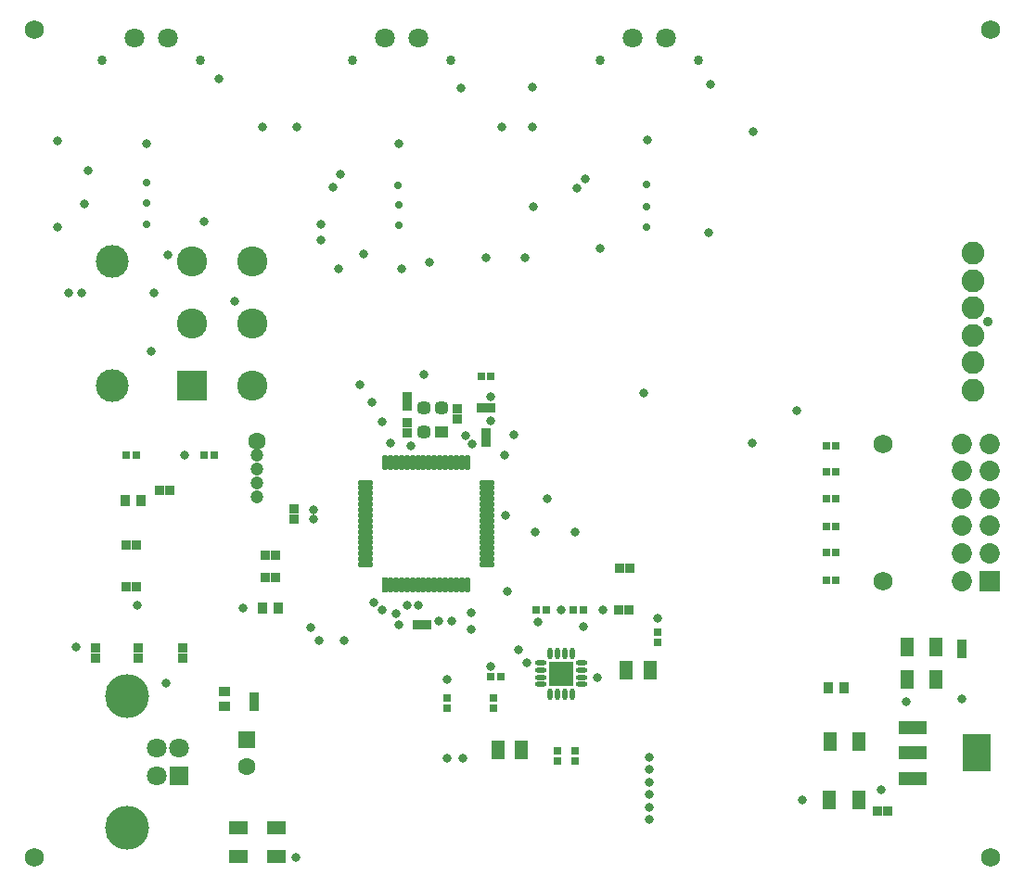
<source format=gts>
G04*
G04 #@! TF.GenerationSoftware,Altium Limited,Altium Designer,18.1.7 (191)*
G04*
G04 Layer_Color=8388736*
%FSLAX25Y25*%
%MOIN*%
G70*
G01*
G75*
%ADD34R,0.03241X0.03241*%
%ADD35R,0.02965X0.02965*%
%ADD36R,0.01981X0.05721*%
%ADD37O,0.01981X0.05721*%
%ADD38O,0.05721X0.01981*%
%ADD39R,0.07099X0.04540*%
%ADD40R,0.04540X0.07099*%
%ADD41R,0.02965X0.02965*%
%ADD42R,0.04737X0.06706*%
%ADD43R,0.03241X0.03241*%
G04:AMPARAMS|DCode=44|XSize=43.43mil|YSize=47.37mil|CornerRadius=12.86mil|HoleSize=0mil|Usage=FLASHONLY|Rotation=90.000|XOffset=0mil|YOffset=0mil|HoleType=Round|Shape=RoundedRectangle|*
%AMROUNDEDRECTD44*
21,1,0.04343,0.02165,0,0,90.0*
21,1,0.01772,0.04737,0,0,90.0*
1,1,0.02572,0.01083,0.00886*
1,1,0.02572,0.01083,-0.00886*
1,1,0.02572,-0.01083,-0.00886*
1,1,0.02572,-0.01083,0.00886*
%
%ADD44ROUNDEDRECTD44*%
%ADD45R,0.04737X0.04343*%
%ADD46R,0.10249X0.13792*%
%ADD47R,0.10249X0.04737*%
%ADD48R,0.03556X0.04147*%
%ADD49R,0.04147X0.03556*%
%ADD50O,0.04147X0.01981*%
%ADD51O,0.01981X0.04147*%
%ADD52R,0.08989X0.08989*%
%ADD53R,0.07293X0.07293*%
%ADD54C,0.07293*%
%ADD55C,0.06899*%
%ADD56R,0.06312X0.06312*%
%ADD57C,0.06312*%
%ADD58C,0.03458*%
%ADD59C,0.08182*%
%ADD60C,0.03398*%
%ADD61C,0.07119*%
%ADD62C,0.04737*%
%ADD63C,0.15761*%
%ADD64C,0.07099*%
%ADD65R,0.07099X0.07099*%
%ADD66C,0.11811*%
%ADD67C,0.10827*%
%ADD68R,0.10827X0.10827*%
%ADD69C,0.02800*%
%ADD70C,0.06800*%
%ADD71C,0.03300*%
D34*
X259189Y281448D02*
D03*
X262811D02*
D03*
X436067Y258000D02*
D03*
X439689D02*
D03*
X363689Y252500D02*
D03*
X367311D02*
D03*
X436378Y273000D02*
D03*
X440000D02*
D03*
X312811Y269500D02*
D03*
X309189D02*
D03*
X532811Y185500D02*
D03*
X529189D02*
D03*
X271189Y301000D02*
D03*
X274811D02*
D03*
X259189Y266448D02*
D03*
X262811D02*
D03*
X386689Y330500D02*
D03*
X390311D02*
D03*
X312811Y277500D02*
D03*
X309189D02*
D03*
D35*
X450000Y250000D02*
D03*
Y246457D02*
D03*
X391000Y226272D02*
D03*
Y222728D02*
D03*
X420500Y203728D02*
D03*
Y207272D02*
D03*
X414000Y203728D02*
D03*
Y207272D02*
D03*
X374500Y222728D02*
D03*
Y226272D02*
D03*
D36*
X352189Y267102D02*
D03*
D37*
X354157D02*
D03*
X356126D02*
D03*
X358094D02*
D03*
X360063D02*
D03*
X362032D02*
D03*
X364000D02*
D03*
X365969D02*
D03*
X367937D02*
D03*
X369906D02*
D03*
X371874D02*
D03*
X373843D02*
D03*
X375811D02*
D03*
X377780D02*
D03*
X379748D02*
D03*
X381717D02*
D03*
Y311000D02*
D03*
X379748D02*
D03*
X377780D02*
D03*
X375811D02*
D03*
X373843D02*
D03*
X371874D02*
D03*
X369906D02*
D03*
X367937D02*
D03*
X365969D02*
D03*
X364000D02*
D03*
X362032D02*
D03*
X360063D02*
D03*
X358094D02*
D03*
X356126D02*
D03*
X354157D02*
D03*
X352189D02*
D03*
D38*
X388902Y274287D02*
D03*
Y276256D02*
D03*
Y278224D02*
D03*
Y280193D02*
D03*
Y282161D02*
D03*
Y284130D02*
D03*
Y286098D02*
D03*
Y288067D02*
D03*
Y290035D02*
D03*
Y292004D02*
D03*
Y293972D02*
D03*
Y295941D02*
D03*
Y297909D02*
D03*
Y299878D02*
D03*
Y301846D02*
D03*
Y303815D02*
D03*
X345004D02*
D03*
Y301846D02*
D03*
Y299878D02*
D03*
Y297909D02*
D03*
Y295941D02*
D03*
Y293972D02*
D03*
Y292004D02*
D03*
Y290035D02*
D03*
Y288067D02*
D03*
Y286098D02*
D03*
Y284130D02*
D03*
Y282161D02*
D03*
Y280193D02*
D03*
Y278224D02*
D03*
Y276256D02*
D03*
Y274287D02*
D03*
D39*
X313000Y169283D02*
D03*
Y179717D02*
D03*
X299500D02*
D03*
Y169284D02*
D03*
D40*
X522598Y210500D02*
D03*
X512165D02*
D03*
X522382Y189500D02*
D03*
X511949D02*
D03*
X550217Y233000D02*
D03*
X539783D02*
D03*
X550216Y244500D02*
D03*
X539783D02*
D03*
D41*
X390272Y342000D02*
D03*
X386728D02*
D03*
X393772Y234000D02*
D03*
X390228D02*
D03*
X510728Y317000D02*
D03*
X514272D02*
D03*
X510728Y307500D02*
D03*
X514272D02*
D03*
X510728Y278500D02*
D03*
X514272D02*
D03*
X510728Y268500D02*
D03*
X514272D02*
D03*
X510728Y288000D02*
D03*
X514272D02*
D03*
X510728Y298000D02*
D03*
X514272D02*
D03*
X410000Y258000D02*
D03*
X406457D02*
D03*
X419957D02*
D03*
X423500D02*
D03*
X287228Y313500D02*
D03*
X290772D02*
D03*
X262772D02*
D03*
X259228D02*
D03*
D42*
X401331Y207500D02*
D03*
X392669D02*
D03*
X438838Y236280D02*
D03*
X447500D02*
D03*
D43*
X388500Y321811D02*
D03*
Y318189D02*
D03*
X378000Y326689D02*
D03*
Y330311D02*
D03*
X360000Y331189D02*
D03*
Y334811D02*
D03*
Y321689D02*
D03*
Y325311D02*
D03*
X319500Y294311D02*
D03*
Y290689D02*
D03*
X279500Y240689D02*
D03*
Y244311D02*
D03*
X263500Y240689D02*
D03*
Y244311D02*
D03*
X248000Y240689D02*
D03*
Y244311D02*
D03*
X559500Y245811D02*
D03*
Y242189D02*
D03*
X305000Y226811D02*
D03*
Y223189D02*
D03*
D44*
X366201Y322000D02*
D03*
Y330661D02*
D03*
X372500D02*
D03*
D45*
Y322000D02*
D03*
D46*
X564799Y206500D02*
D03*
D47*
X541964Y215555D02*
D03*
Y197445D02*
D03*
Y206500D02*
D03*
D48*
X308244Y258500D02*
D03*
X313756D02*
D03*
X511626Y230000D02*
D03*
X517138D02*
D03*
X264500Y297448D02*
D03*
X258988D02*
D03*
D49*
X294500Y223244D02*
D03*
Y228756D02*
D03*
D50*
X408020Y238839D02*
D03*
Y236280D02*
D03*
Y233720D02*
D03*
Y231161D02*
D03*
X422980D02*
D03*
Y233720D02*
D03*
Y236280D02*
D03*
Y238839D02*
D03*
D51*
X411661Y227520D02*
D03*
X414220D02*
D03*
X416780D02*
D03*
X419339D02*
D03*
Y242480D02*
D03*
X416780D02*
D03*
X414220D02*
D03*
X411661D02*
D03*
D52*
X415500Y235000D02*
D03*
D53*
X569343Y268472D02*
D03*
D54*
Y278315D02*
D03*
Y288158D02*
D03*
Y298000D02*
D03*
Y307842D02*
D03*
Y317685D02*
D03*
X559500Y268472D02*
D03*
Y278315D02*
D03*
Y288158D02*
D03*
Y298000D02*
D03*
Y307842D02*
D03*
Y317685D02*
D03*
D55*
X531232Y268472D02*
D03*
Y317685D02*
D03*
D56*
X302500Y211342D02*
D03*
D57*
Y201500D02*
D03*
X306000Y318500D02*
D03*
D58*
X568776Y361606D02*
D03*
D59*
X563500Y386213D02*
D03*
Y376370D02*
D03*
Y366528D02*
D03*
Y356685D02*
D03*
Y346843D02*
D03*
Y337000D02*
D03*
D60*
X429378Y455784D02*
D03*
X464811D02*
D03*
X340378D02*
D03*
X375811D02*
D03*
X250378D02*
D03*
X285811D02*
D03*
X413468Y237233D02*
D03*
X417618D02*
D03*
Y233060D02*
D03*
X413468D02*
D03*
D61*
X441189Y463500D02*
D03*
X453000D02*
D03*
X352189D02*
D03*
X364000D02*
D03*
X262189D02*
D03*
X274000D02*
D03*
D62*
X306000Y298500D02*
D03*
Y303500D02*
D03*
Y308500D02*
D03*
Y313500D02*
D03*
D63*
X259500Y227000D02*
D03*
Y179598D02*
D03*
D64*
X270169Y208220D02*
D03*
Y198378D02*
D03*
X278043Y208220D02*
D03*
D65*
Y198378D02*
D03*
D66*
X254224Y338579D02*
D03*
Y383421D02*
D03*
D67*
X304618D02*
D03*
Y360980D02*
D03*
Y338539D02*
D03*
X282965Y383421D02*
D03*
Y360980D02*
D03*
D68*
Y338539D02*
D03*
D69*
X266500Y404220D02*
D03*
X446000Y395661D02*
D03*
Y403118D02*
D03*
Y411000D02*
D03*
X357000Y396429D02*
D03*
Y403618D02*
D03*
X356974Y410766D02*
D03*
X266500Y396500D02*
D03*
Y411500D02*
D03*
D70*
X569791Y169000D02*
D03*
Y466500D02*
D03*
X226000Y169000D02*
D03*
Y466500D02*
D03*
D71*
X329000Y396500D02*
D03*
X344500Y386000D02*
D03*
X368000Y383000D02*
D03*
X329000Y391000D02*
D03*
X406000Y286000D02*
D03*
X407000Y253500D02*
D03*
X390000Y237500D02*
D03*
X400000Y243500D02*
D03*
X328500Y247000D02*
D03*
X337500D02*
D03*
X348000Y260500D02*
D03*
X351000Y258000D02*
D03*
X325500Y251500D02*
D03*
X326500Y290500D02*
D03*
Y294000D02*
D03*
X280000Y313500D02*
D03*
X396000Y264500D02*
D03*
X376000Y254000D02*
D03*
X383000Y251000D02*
D03*
X371500Y254000D02*
D03*
X364000Y259500D02*
D03*
X383000Y257000D02*
D03*
X357000Y252500D02*
D03*
X420500Y286000D02*
D03*
X395500Y292000D02*
D03*
X410500Y298000D02*
D03*
X445000Y336000D02*
D03*
X395000Y313500D02*
D03*
X354000Y318000D02*
D03*
X351000Y325500D02*
D03*
X383500Y317500D02*
D03*
X357000Y425500D02*
D03*
X266500D02*
D03*
X446500Y427000D02*
D03*
X269000Y372000D02*
D03*
X390000Y326000D02*
D03*
X447000Y205000D02*
D03*
Y200500D02*
D03*
Y196000D02*
D03*
Y191500D02*
D03*
Y187000D02*
D03*
Y182500D02*
D03*
X366000Y342500D02*
D03*
X402500Y384500D02*
D03*
X429500Y388000D02*
D03*
X238500Y372000D02*
D03*
X245500Y416000D02*
D03*
X421000Y409500D02*
D03*
X388500Y384500D02*
D03*
X405424Y403000D02*
D03*
X500000Y329500D02*
D03*
X424000Y413000D02*
D03*
X390000Y334500D02*
D03*
X484500Y430000D02*
D03*
X405000Y431500D02*
D03*
Y446000D02*
D03*
X394000Y431500D02*
D03*
X398500Y321000D02*
D03*
X381000Y320500D02*
D03*
X335500Y380500D02*
D03*
X358000D02*
D03*
X308000Y431500D02*
D03*
X287000Y397500D02*
D03*
X320500Y431500D02*
D03*
X336000Y414500D02*
D03*
X374500Y233000D02*
D03*
X320000Y169000D02*
D03*
X450000Y255000D02*
D03*
X428500Y233500D02*
D03*
X430500Y258000D02*
D03*
X423500Y252000D02*
D03*
X380000Y204500D02*
D03*
X268000Y351000D02*
D03*
X301000Y258500D02*
D03*
X263000Y259500D02*
D03*
X356000Y256500D02*
D03*
X244000Y404000D02*
D03*
X234500Y426500D02*
D03*
X360000Y259500D02*
D03*
X415500Y258000D02*
D03*
X343000Y339000D02*
D03*
X361500Y317000D02*
D03*
X484000Y318000D02*
D03*
X403000Y239000D02*
D03*
X241000Y244500D02*
D03*
X243000Y372000D02*
D03*
X274000Y385500D02*
D03*
X273500Y231500D02*
D03*
X539500Y225000D02*
D03*
X559500Y226000D02*
D03*
X374500Y204500D02*
D03*
X298000Y369000D02*
D03*
X234433Y395761D02*
D03*
X333500Y409915D02*
D03*
X469000Y447083D02*
D03*
X379500Y445500D02*
D03*
X530500Y193311D02*
D03*
X502000Y189823D02*
D03*
X468500Y393581D02*
D03*
X347500Y332500D02*
D03*
X292500Y449000D02*
D03*
M02*

</source>
